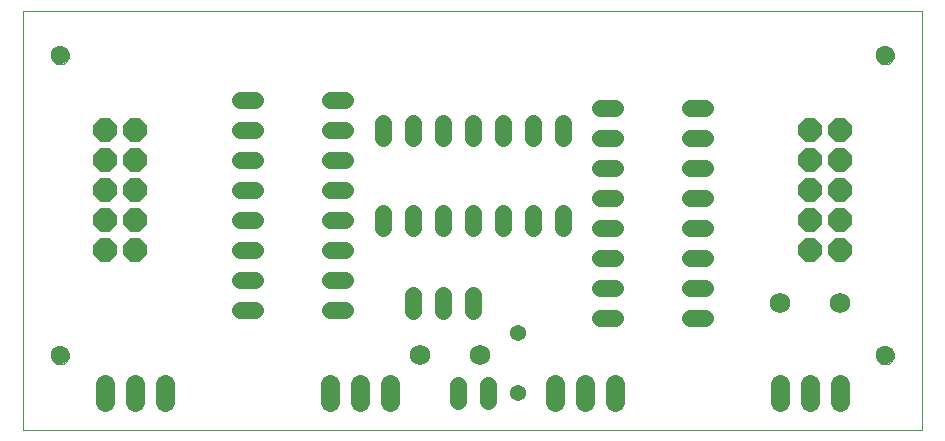
<source format=gts>
G75*
G70*
%OFA0B0*%
%FSLAX24Y24*%
%IPPOS*%
%LPD*%
%AMOC8*
5,1,8,0,0,1.08239X$1,22.5*
%
%ADD10C,0.0000*%
%ADD11C,0.0631*%
%ADD12C,0.0560*%
%ADD13C,0.0634*%
%ADD14OC8,0.0780*%
%ADD15C,0.0540*%
%ADD16C,0.0690*%
D10*
X000101Y000151D02*
X000101Y014147D01*
X030096Y014147D01*
X030096Y000151D01*
X000101Y000151D01*
X001056Y002651D02*
X001058Y002685D01*
X001064Y002719D01*
X001074Y002752D01*
X001087Y002783D01*
X001105Y002813D01*
X001125Y002841D01*
X001149Y002866D01*
X001175Y002888D01*
X001203Y002906D01*
X001234Y002922D01*
X001266Y002934D01*
X001300Y002942D01*
X001334Y002946D01*
X001368Y002946D01*
X001402Y002942D01*
X001436Y002934D01*
X001468Y002922D01*
X001498Y002906D01*
X001527Y002888D01*
X001553Y002866D01*
X001577Y002841D01*
X001597Y002813D01*
X001615Y002783D01*
X001628Y002752D01*
X001638Y002719D01*
X001644Y002685D01*
X001646Y002651D01*
X001644Y002617D01*
X001638Y002583D01*
X001628Y002550D01*
X001615Y002519D01*
X001597Y002489D01*
X001577Y002461D01*
X001553Y002436D01*
X001527Y002414D01*
X001499Y002396D01*
X001468Y002380D01*
X001436Y002368D01*
X001402Y002360D01*
X001368Y002356D01*
X001334Y002356D01*
X001300Y002360D01*
X001266Y002368D01*
X001234Y002380D01*
X001203Y002396D01*
X001175Y002414D01*
X001149Y002436D01*
X001125Y002461D01*
X001105Y002489D01*
X001087Y002519D01*
X001074Y002550D01*
X001064Y002583D01*
X001058Y002617D01*
X001056Y002651D01*
X001056Y012651D02*
X001058Y012685D01*
X001064Y012719D01*
X001074Y012752D01*
X001087Y012783D01*
X001105Y012813D01*
X001125Y012841D01*
X001149Y012866D01*
X001175Y012888D01*
X001203Y012906D01*
X001234Y012922D01*
X001266Y012934D01*
X001300Y012942D01*
X001334Y012946D01*
X001368Y012946D01*
X001402Y012942D01*
X001436Y012934D01*
X001468Y012922D01*
X001498Y012906D01*
X001527Y012888D01*
X001553Y012866D01*
X001577Y012841D01*
X001597Y012813D01*
X001615Y012783D01*
X001628Y012752D01*
X001638Y012719D01*
X001644Y012685D01*
X001646Y012651D01*
X001644Y012617D01*
X001638Y012583D01*
X001628Y012550D01*
X001615Y012519D01*
X001597Y012489D01*
X001577Y012461D01*
X001553Y012436D01*
X001527Y012414D01*
X001499Y012396D01*
X001468Y012380D01*
X001436Y012368D01*
X001402Y012360D01*
X001368Y012356D01*
X001334Y012356D01*
X001300Y012360D01*
X001266Y012368D01*
X001234Y012380D01*
X001203Y012396D01*
X001175Y012414D01*
X001149Y012436D01*
X001125Y012461D01*
X001105Y012489D01*
X001087Y012519D01*
X001074Y012550D01*
X001064Y012583D01*
X001058Y012617D01*
X001056Y012651D01*
X028556Y012651D02*
X028558Y012685D01*
X028564Y012719D01*
X028574Y012752D01*
X028587Y012783D01*
X028605Y012813D01*
X028625Y012841D01*
X028649Y012866D01*
X028675Y012888D01*
X028703Y012906D01*
X028734Y012922D01*
X028766Y012934D01*
X028800Y012942D01*
X028834Y012946D01*
X028868Y012946D01*
X028902Y012942D01*
X028936Y012934D01*
X028968Y012922D01*
X028998Y012906D01*
X029027Y012888D01*
X029053Y012866D01*
X029077Y012841D01*
X029097Y012813D01*
X029115Y012783D01*
X029128Y012752D01*
X029138Y012719D01*
X029144Y012685D01*
X029146Y012651D01*
X029144Y012617D01*
X029138Y012583D01*
X029128Y012550D01*
X029115Y012519D01*
X029097Y012489D01*
X029077Y012461D01*
X029053Y012436D01*
X029027Y012414D01*
X028999Y012396D01*
X028968Y012380D01*
X028936Y012368D01*
X028902Y012360D01*
X028868Y012356D01*
X028834Y012356D01*
X028800Y012360D01*
X028766Y012368D01*
X028734Y012380D01*
X028703Y012396D01*
X028675Y012414D01*
X028649Y012436D01*
X028625Y012461D01*
X028605Y012489D01*
X028587Y012519D01*
X028574Y012550D01*
X028564Y012583D01*
X028558Y012617D01*
X028556Y012651D01*
X028556Y002651D02*
X028558Y002685D01*
X028564Y002719D01*
X028574Y002752D01*
X028587Y002783D01*
X028605Y002813D01*
X028625Y002841D01*
X028649Y002866D01*
X028675Y002888D01*
X028703Y002906D01*
X028734Y002922D01*
X028766Y002934D01*
X028800Y002942D01*
X028834Y002946D01*
X028868Y002946D01*
X028902Y002942D01*
X028936Y002934D01*
X028968Y002922D01*
X028998Y002906D01*
X029027Y002888D01*
X029053Y002866D01*
X029077Y002841D01*
X029097Y002813D01*
X029115Y002783D01*
X029128Y002752D01*
X029138Y002719D01*
X029144Y002685D01*
X029146Y002651D01*
X029144Y002617D01*
X029138Y002583D01*
X029128Y002550D01*
X029115Y002519D01*
X029097Y002489D01*
X029077Y002461D01*
X029053Y002436D01*
X029027Y002414D01*
X028999Y002396D01*
X028968Y002380D01*
X028936Y002368D01*
X028902Y002360D01*
X028868Y002356D01*
X028834Y002356D01*
X028800Y002360D01*
X028766Y002368D01*
X028734Y002380D01*
X028703Y002396D01*
X028675Y002414D01*
X028649Y002436D01*
X028625Y002461D01*
X028605Y002489D01*
X028587Y002519D01*
X028574Y002550D01*
X028564Y002583D01*
X028558Y002617D01*
X028556Y002651D01*
D11*
X028851Y002651D03*
X028851Y012651D03*
X001351Y012651D03*
X001351Y002651D03*
D12*
X007341Y004151D02*
X007861Y004151D01*
X007861Y005151D02*
X007341Y005151D01*
X007341Y006151D02*
X007861Y006151D01*
X007861Y007151D02*
X007341Y007151D01*
X007341Y008151D02*
X007861Y008151D01*
X007861Y009151D02*
X007341Y009151D01*
X007341Y010151D02*
X007861Y010151D01*
X007861Y011151D02*
X007341Y011151D01*
X010341Y011151D02*
X010861Y011151D01*
X012101Y010411D02*
X012101Y009891D01*
X013101Y009891D02*
X013101Y010411D01*
X014101Y010411D02*
X014101Y009891D01*
X015101Y009891D02*
X015101Y010411D01*
X016101Y010411D02*
X016101Y009891D01*
X017101Y009891D02*
X017101Y010411D01*
X018101Y010411D02*
X018101Y009891D01*
X019341Y009901D02*
X019861Y009901D01*
X019861Y008901D02*
X019341Y008901D01*
X019341Y007901D02*
X019861Y007901D01*
X018101Y007411D02*
X018101Y006891D01*
X017101Y006891D02*
X017101Y007411D01*
X016101Y007411D02*
X016101Y006891D01*
X015101Y006891D02*
X015101Y007411D01*
X014101Y007411D02*
X014101Y006891D01*
X013101Y006891D02*
X013101Y007411D01*
X012101Y007411D02*
X012101Y006891D01*
X010861Y007151D02*
X010341Y007151D01*
X010341Y006151D02*
X010861Y006151D01*
X010861Y005151D02*
X010341Y005151D01*
X010341Y004151D02*
X010861Y004151D01*
X013101Y004141D02*
X013101Y004661D01*
X014101Y004661D02*
X014101Y004141D01*
X015101Y004141D02*
X015101Y004661D01*
X019341Y004901D02*
X019861Y004901D01*
X019861Y003901D02*
X019341Y003901D01*
X022341Y003901D02*
X022861Y003901D01*
X022861Y004901D02*
X022341Y004901D01*
X022341Y005901D02*
X022861Y005901D01*
X022861Y006901D02*
X022341Y006901D01*
X022341Y007901D02*
X022861Y007901D01*
X022861Y008901D02*
X022341Y008901D01*
X022341Y009901D02*
X022861Y009901D01*
X022861Y010901D02*
X022341Y010901D01*
X019861Y010901D02*
X019341Y010901D01*
X019341Y006901D02*
X019861Y006901D01*
X019861Y005901D02*
X019341Y005901D01*
X010861Y008151D02*
X010341Y008151D01*
X010341Y009151D02*
X010861Y009151D01*
X010861Y010151D02*
X010341Y010151D01*
X014601Y001661D02*
X014601Y001141D01*
X015601Y001141D02*
X015601Y001661D01*
D13*
X017851Y001698D02*
X017851Y001104D01*
X018851Y001104D02*
X018851Y001698D01*
X019851Y001698D02*
X019851Y001104D01*
X025351Y001104D02*
X025351Y001698D01*
X026351Y001698D02*
X026351Y001104D01*
X027351Y001104D02*
X027351Y001698D01*
X012351Y001698D02*
X012351Y001104D01*
X011351Y001104D02*
X011351Y001698D01*
X010351Y001698D02*
X010351Y001104D01*
X004851Y001104D02*
X004851Y001698D01*
X003851Y001698D02*
X003851Y001104D01*
X002851Y001104D02*
X002851Y001698D01*
D14*
X002851Y006151D03*
X003851Y006151D03*
X003851Y007151D03*
X002851Y007151D03*
X002851Y008151D03*
X003851Y008151D03*
X003851Y009151D03*
X002851Y009151D03*
X002851Y010151D03*
X003851Y010151D03*
X026351Y010151D03*
X027351Y010151D03*
X027351Y009151D03*
X026351Y009151D03*
X026351Y008151D03*
X027351Y008151D03*
X027351Y007151D03*
X026351Y007151D03*
X026351Y006151D03*
X027351Y006151D03*
D15*
X016601Y003385D03*
X016601Y001417D03*
D16*
X015335Y002651D03*
X013367Y002651D03*
X025367Y004401D03*
X027335Y004401D03*
M02*

</source>
